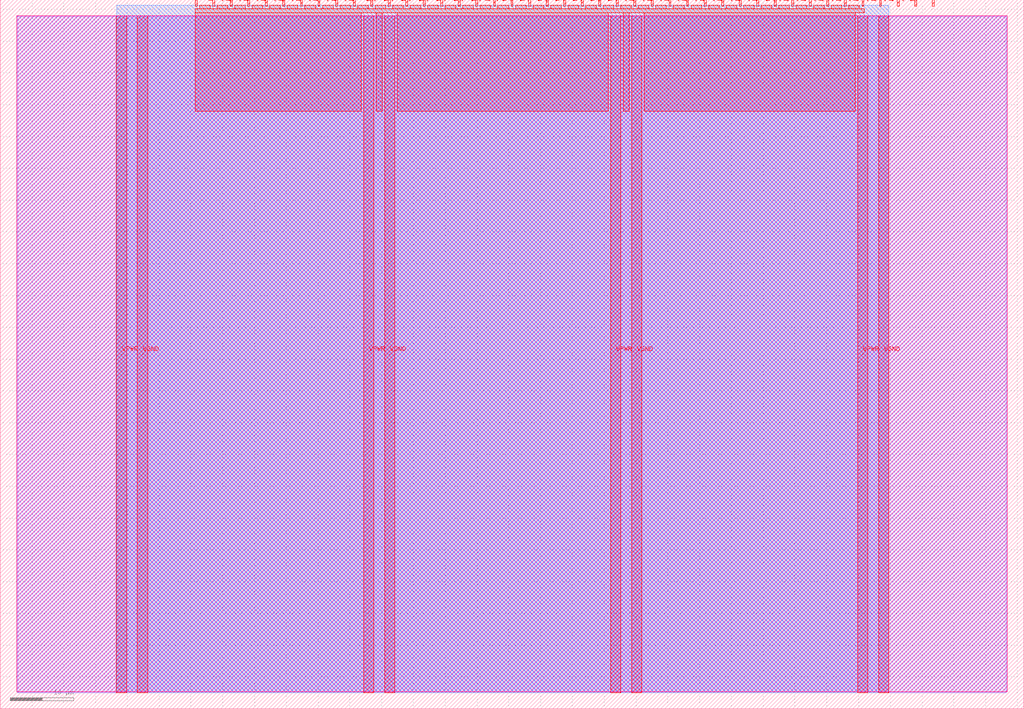
<source format=lef>
VERSION 5.7 ;
  NOWIREEXTENSIONATPIN ON ;
  DIVIDERCHAR "/" ;
  BUSBITCHARS "[]" ;
MACRO tt_um_wokwi_413919565287453697
  CLASS BLOCK ;
  FOREIGN tt_um_wokwi_413919565287453697 ;
  ORIGIN 0.000 0.000 ;
  SIZE 161.000 BY 111.520 ;
  PIN VGND
    DIRECTION INOUT ;
    USE GROUND ;
    PORT
      LAYER met4 ;
        RECT 21.580 2.480 23.180 109.040 ;
    END
    PORT
      LAYER met4 ;
        RECT 60.450 2.480 62.050 109.040 ;
    END
    PORT
      LAYER met4 ;
        RECT 99.320 2.480 100.920 109.040 ;
    END
    PORT
      LAYER met4 ;
        RECT 138.190 2.480 139.790 109.040 ;
    END
  END VGND
  PIN VPWR
    DIRECTION INOUT ;
    USE POWER ;
    PORT
      LAYER met4 ;
        RECT 18.280 2.480 19.880 109.040 ;
    END
    PORT
      LAYER met4 ;
        RECT 57.150 2.480 58.750 109.040 ;
    END
    PORT
      LAYER met4 ;
        RECT 96.020 2.480 97.620 109.040 ;
    END
    PORT
      LAYER met4 ;
        RECT 134.890 2.480 136.490 109.040 ;
    END
  END VPWR
  PIN clk
    DIRECTION INPUT ;
    USE SIGNAL ;
    PORT
      LAYER met4 ;
        RECT 143.830 110.520 144.130 111.520 ;
    END
  END clk
  PIN ena
    DIRECTION INPUT ;
    USE SIGNAL ;
    PORT
      LAYER met4 ;
        RECT 146.590 110.520 146.890 111.520 ;
    END
  END ena
  PIN rst_n
    DIRECTION INPUT ;
    USE SIGNAL ;
    PORT
      LAYER met4 ;
        RECT 141.070 110.520 141.370 111.520 ;
    END
  END rst_n
  PIN ui_in[0]
    DIRECTION INPUT ;
    USE SIGNAL ;
    PORT
      LAYER met4 ;
        RECT 138.310 110.520 138.610 111.520 ;
    END
  END ui_in[0]
  PIN ui_in[1]
    DIRECTION INPUT ;
    USE SIGNAL ;
    ANTENNAGATEAREA 0.196500 ;
    PORT
      LAYER met4 ;
        RECT 135.550 110.520 135.850 111.520 ;
    END
  END ui_in[1]
  PIN ui_in[2]
    DIRECTION INPUT ;
    USE SIGNAL ;
    ANTENNAGATEAREA 0.196500 ;
    PORT
      LAYER met4 ;
        RECT 132.790 110.520 133.090 111.520 ;
    END
  END ui_in[2]
  PIN ui_in[3]
    DIRECTION INPUT ;
    USE SIGNAL ;
    ANTENNAGATEAREA 0.196500 ;
    PORT
      LAYER met4 ;
        RECT 130.030 110.520 130.330 111.520 ;
    END
  END ui_in[3]
  PIN ui_in[4]
    DIRECTION INPUT ;
    USE SIGNAL ;
    ANTENNAGATEAREA 0.196500 ;
    PORT
      LAYER met4 ;
        RECT 127.270 110.520 127.570 111.520 ;
    END
  END ui_in[4]
  PIN ui_in[5]
    DIRECTION INPUT ;
    USE SIGNAL ;
    PORT
      LAYER met4 ;
        RECT 124.510 110.520 124.810 111.520 ;
    END
  END ui_in[5]
  PIN ui_in[6]
    DIRECTION INPUT ;
    USE SIGNAL ;
    ANTENNAGATEAREA 0.196500 ;
    PORT
      LAYER met4 ;
        RECT 121.750 110.520 122.050 111.520 ;
    END
  END ui_in[6]
  PIN ui_in[7]
    DIRECTION INPUT ;
    USE SIGNAL ;
    ANTENNAGATEAREA 0.196500 ;
    PORT
      LAYER met4 ;
        RECT 118.990 110.520 119.290 111.520 ;
    END
  END ui_in[7]
  PIN uio_in[0]
    DIRECTION INPUT ;
    USE SIGNAL ;
    PORT
      LAYER met4 ;
        RECT 116.230 110.520 116.530 111.520 ;
    END
  END uio_in[0]
  PIN uio_in[1]
    DIRECTION INPUT ;
    USE SIGNAL ;
    PORT
      LAYER met4 ;
        RECT 113.470 110.520 113.770 111.520 ;
    END
  END uio_in[1]
  PIN uio_in[2]
    DIRECTION INPUT ;
    USE SIGNAL ;
    PORT
      LAYER met4 ;
        RECT 110.710 110.520 111.010 111.520 ;
    END
  END uio_in[2]
  PIN uio_in[3]
    DIRECTION INPUT ;
    USE SIGNAL ;
    PORT
      LAYER met4 ;
        RECT 107.950 110.520 108.250 111.520 ;
    END
  END uio_in[3]
  PIN uio_in[4]
    DIRECTION INPUT ;
    USE SIGNAL ;
    PORT
      LAYER met4 ;
        RECT 105.190 110.520 105.490 111.520 ;
    END
  END uio_in[4]
  PIN uio_in[5]
    DIRECTION INPUT ;
    USE SIGNAL ;
    PORT
      LAYER met4 ;
        RECT 102.430 110.520 102.730 111.520 ;
    END
  END uio_in[5]
  PIN uio_in[6]
    DIRECTION INPUT ;
    USE SIGNAL ;
    PORT
      LAYER met4 ;
        RECT 99.670 110.520 99.970 111.520 ;
    END
  END uio_in[6]
  PIN uio_in[7]
    DIRECTION INPUT ;
    USE SIGNAL ;
    PORT
      LAYER met4 ;
        RECT 96.910 110.520 97.210 111.520 ;
    END
  END uio_in[7]
  PIN uio_oe[0]
    DIRECTION OUTPUT ;
    USE SIGNAL ;
    PORT
      LAYER met4 ;
        RECT 49.990 110.520 50.290 111.520 ;
    END
  END uio_oe[0]
  PIN uio_oe[1]
    DIRECTION OUTPUT ;
    USE SIGNAL ;
    PORT
      LAYER met4 ;
        RECT 47.230 110.520 47.530 111.520 ;
    END
  END uio_oe[1]
  PIN uio_oe[2]
    DIRECTION OUTPUT ;
    USE SIGNAL ;
    PORT
      LAYER met4 ;
        RECT 44.470 110.520 44.770 111.520 ;
    END
  END uio_oe[2]
  PIN uio_oe[3]
    DIRECTION OUTPUT ;
    USE SIGNAL ;
    PORT
      LAYER met4 ;
        RECT 41.710 110.520 42.010 111.520 ;
    END
  END uio_oe[3]
  PIN uio_oe[4]
    DIRECTION OUTPUT ;
    USE SIGNAL ;
    PORT
      LAYER met4 ;
        RECT 38.950 110.520 39.250 111.520 ;
    END
  END uio_oe[4]
  PIN uio_oe[5]
    DIRECTION OUTPUT ;
    USE SIGNAL ;
    PORT
      LAYER met4 ;
        RECT 36.190 110.520 36.490 111.520 ;
    END
  END uio_oe[5]
  PIN uio_oe[6]
    DIRECTION OUTPUT ;
    USE SIGNAL ;
    PORT
      LAYER met4 ;
        RECT 33.430 110.520 33.730 111.520 ;
    END
  END uio_oe[6]
  PIN uio_oe[7]
    DIRECTION OUTPUT ;
    USE SIGNAL ;
    PORT
      LAYER met4 ;
        RECT 30.670 110.520 30.970 111.520 ;
    END
  END uio_oe[7]
  PIN uio_out[0]
    DIRECTION OUTPUT ;
    USE SIGNAL ;
    PORT
      LAYER met4 ;
        RECT 72.070 110.520 72.370 111.520 ;
    END
  END uio_out[0]
  PIN uio_out[1]
    DIRECTION OUTPUT ;
    USE SIGNAL ;
    PORT
      LAYER met4 ;
        RECT 69.310 110.520 69.610 111.520 ;
    END
  END uio_out[1]
  PIN uio_out[2]
    DIRECTION OUTPUT ;
    USE SIGNAL ;
    PORT
      LAYER met4 ;
        RECT 66.550 110.520 66.850 111.520 ;
    END
  END uio_out[2]
  PIN uio_out[3]
    DIRECTION OUTPUT ;
    USE SIGNAL ;
    PORT
      LAYER met4 ;
        RECT 63.790 110.520 64.090 111.520 ;
    END
  END uio_out[3]
  PIN uio_out[4]
    DIRECTION OUTPUT ;
    USE SIGNAL ;
    PORT
      LAYER met4 ;
        RECT 61.030 110.520 61.330 111.520 ;
    END
  END uio_out[4]
  PIN uio_out[5]
    DIRECTION OUTPUT ;
    USE SIGNAL ;
    PORT
      LAYER met4 ;
        RECT 58.270 110.520 58.570 111.520 ;
    END
  END uio_out[5]
  PIN uio_out[6]
    DIRECTION OUTPUT ;
    USE SIGNAL ;
    PORT
      LAYER met4 ;
        RECT 55.510 110.520 55.810 111.520 ;
    END
  END uio_out[6]
  PIN uio_out[7]
    DIRECTION OUTPUT ;
    USE SIGNAL ;
    PORT
      LAYER met4 ;
        RECT 52.750 110.520 53.050 111.520 ;
    END
  END uio_out[7]
  PIN uo_out[0]
    DIRECTION OUTPUT ;
    USE SIGNAL ;
    PORT
      LAYER met4 ;
        RECT 94.150 110.520 94.450 111.520 ;
    END
  END uo_out[0]
  PIN uo_out[1]
    DIRECTION OUTPUT ;
    USE SIGNAL ;
    ANTENNADIFFAREA 0.795200 ;
    PORT
      LAYER met4 ;
        RECT 91.390 110.520 91.690 111.520 ;
    END
  END uo_out[1]
  PIN uo_out[2]
    DIRECTION OUTPUT ;
    USE SIGNAL ;
    PORT
      LAYER met4 ;
        RECT 88.630 110.520 88.930 111.520 ;
    END
  END uo_out[2]
  PIN uo_out[3]
    DIRECTION OUTPUT ;
    USE SIGNAL ;
    PORT
      LAYER met4 ;
        RECT 85.870 110.520 86.170 111.520 ;
    END
  END uo_out[3]
  PIN uo_out[4]
    DIRECTION OUTPUT ;
    USE SIGNAL ;
    PORT
      LAYER met4 ;
        RECT 83.110 110.520 83.410 111.520 ;
    END
  END uo_out[4]
  PIN uo_out[5]
    DIRECTION OUTPUT ;
    USE SIGNAL ;
    ANTENNADIFFAREA 0.795200 ;
    PORT
      LAYER met4 ;
        RECT 80.350 110.520 80.650 111.520 ;
    END
  END uo_out[5]
  PIN uo_out[6]
    DIRECTION OUTPUT ;
    USE SIGNAL ;
    PORT
      LAYER met4 ;
        RECT 77.590 110.520 77.890 111.520 ;
    END
  END uo_out[6]
  PIN uo_out[7]
    DIRECTION OUTPUT ;
    USE SIGNAL ;
    ANTENNADIFFAREA 0.795200 ;
    PORT
      LAYER met4 ;
        RECT 74.830 110.520 75.130 111.520 ;
    END
  END uo_out[7]
  OBS
      LAYER nwell ;
        RECT 2.570 2.635 158.430 108.990 ;
      LAYER li1 ;
        RECT 2.760 2.635 158.240 108.885 ;
      LAYER met1 ;
        RECT 2.760 2.480 158.240 109.040 ;
      LAYER met2 ;
        RECT 18.310 2.535 139.760 110.685 ;
      LAYER met3 ;
        RECT 18.290 2.555 139.780 110.665 ;
      LAYER met4 ;
        RECT 31.370 110.120 33.030 110.665 ;
        RECT 34.130 110.120 35.790 110.665 ;
        RECT 36.890 110.120 38.550 110.665 ;
        RECT 39.650 110.120 41.310 110.665 ;
        RECT 42.410 110.120 44.070 110.665 ;
        RECT 45.170 110.120 46.830 110.665 ;
        RECT 47.930 110.120 49.590 110.665 ;
        RECT 50.690 110.120 52.350 110.665 ;
        RECT 53.450 110.120 55.110 110.665 ;
        RECT 56.210 110.120 57.870 110.665 ;
        RECT 58.970 110.120 60.630 110.665 ;
        RECT 61.730 110.120 63.390 110.665 ;
        RECT 64.490 110.120 66.150 110.665 ;
        RECT 67.250 110.120 68.910 110.665 ;
        RECT 70.010 110.120 71.670 110.665 ;
        RECT 72.770 110.120 74.430 110.665 ;
        RECT 75.530 110.120 77.190 110.665 ;
        RECT 78.290 110.120 79.950 110.665 ;
        RECT 81.050 110.120 82.710 110.665 ;
        RECT 83.810 110.120 85.470 110.665 ;
        RECT 86.570 110.120 88.230 110.665 ;
        RECT 89.330 110.120 90.990 110.665 ;
        RECT 92.090 110.120 93.750 110.665 ;
        RECT 94.850 110.120 96.510 110.665 ;
        RECT 97.610 110.120 99.270 110.665 ;
        RECT 100.370 110.120 102.030 110.665 ;
        RECT 103.130 110.120 104.790 110.665 ;
        RECT 105.890 110.120 107.550 110.665 ;
        RECT 108.650 110.120 110.310 110.665 ;
        RECT 111.410 110.120 113.070 110.665 ;
        RECT 114.170 110.120 115.830 110.665 ;
        RECT 116.930 110.120 118.590 110.665 ;
        RECT 119.690 110.120 121.350 110.665 ;
        RECT 122.450 110.120 124.110 110.665 ;
        RECT 125.210 110.120 126.870 110.665 ;
        RECT 127.970 110.120 129.630 110.665 ;
        RECT 130.730 110.120 132.390 110.665 ;
        RECT 133.490 110.120 135.150 110.665 ;
        RECT 30.655 109.440 135.865 110.120 ;
        RECT 30.655 94.015 56.750 109.440 ;
        RECT 59.150 94.015 60.050 109.440 ;
        RECT 62.450 94.015 95.620 109.440 ;
        RECT 98.020 94.015 98.920 109.440 ;
        RECT 101.320 94.015 134.490 109.440 ;
  END
END tt_um_wokwi_413919565287453697
END LIBRARY


</source>
